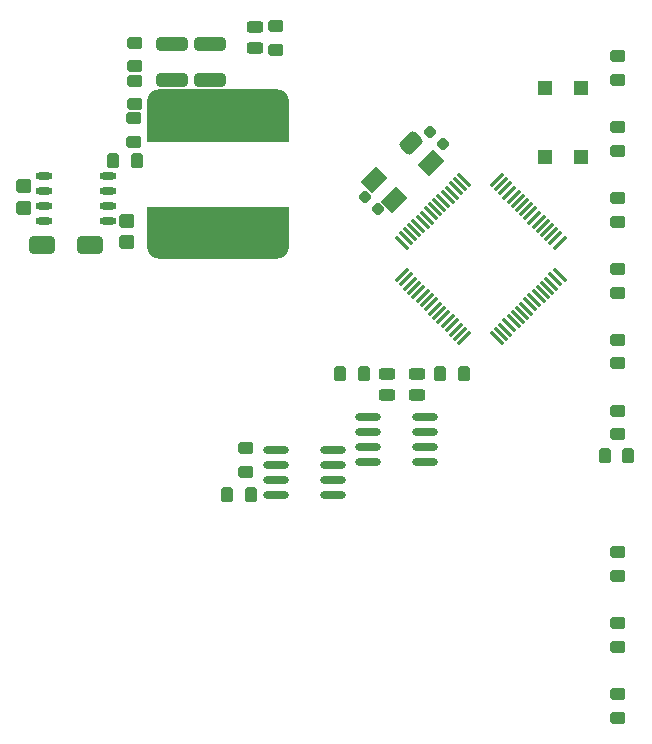
<source format=gtp>
G04*
G04 #@! TF.GenerationSoftware,Altium Limited,Altium Designer,21.8.1 (53)*
G04*
G04 Layer_Color=8421504*
%FSLAX25Y25*%
%MOIN*%
G70*
G04*
G04 #@! TF.SameCoordinates,15BDF6F2-E804-41EB-80EB-1D885EA959A2*
G04*
G04*
G04 #@! TF.FilePolarity,Positive*
G04*
G01*
G75*
%ADD18R,0.05000X0.05000*%
G04:AMPARAMS|DCode=19|XSize=50mil|YSize=37.4mil|CornerRadius=5.61mil|HoleSize=0mil|Usage=FLASHONLY|Rotation=180.000|XOffset=0mil|YOffset=0mil|HoleType=Round|Shape=RoundedRectangle|*
%AMROUNDEDRECTD19*
21,1,0.05000,0.02618,0,0,180.0*
21,1,0.03878,0.03740,0,0,180.0*
1,1,0.01122,-0.01939,0.01309*
1,1,0.01122,0.01939,0.01309*
1,1,0.01122,0.01939,-0.01309*
1,1,0.01122,-0.01939,-0.01309*
%
%ADD19ROUNDEDRECTD19*%
G04:AMPARAMS|DCode=20|XSize=106.3mil|YSize=45.28mil|CornerRadius=11.32mil|HoleSize=0mil|Usage=FLASHONLY|Rotation=0.000|XOffset=0mil|YOffset=0mil|HoleType=Round|Shape=RoundedRectangle|*
%AMROUNDEDRECTD20*
21,1,0.10630,0.02264,0,0,0.0*
21,1,0.08366,0.04528,0,0,0.0*
1,1,0.02264,0.04183,-0.01132*
1,1,0.02264,-0.04183,-0.01132*
1,1,0.02264,-0.04183,0.01132*
1,1,0.02264,0.04183,0.01132*
%
%ADD20ROUNDEDRECTD20*%
G04:AMPARAMS|DCode=21|XSize=50mil|YSize=37.4mil|CornerRadius=5.61mil|HoleSize=0mil|Usage=FLASHONLY|Rotation=270.000|XOffset=0mil|YOffset=0mil|HoleType=Round|Shape=RoundedRectangle|*
%AMROUNDEDRECTD21*
21,1,0.05000,0.02618,0,0,270.0*
21,1,0.03878,0.03740,0,0,270.0*
1,1,0.01122,-0.01309,-0.01939*
1,1,0.01122,-0.01309,0.01939*
1,1,0.01122,0.01309,0.01939*
1,1,0.01122,0.01309,-0.01939*
%
%ADD21ROUNDEDRECTD21*%
G04:AMPARAMS|DCode=22|XSize=35.43mil|YSize=35.43mil|CornerRadius=5.32mil|HoleSize=0mil|Usage=FLASHONLY|Rotation=225.000|XOffset=0mil|YOffset=0mil|HoleType=Round|Shape=RoundedRectangle|*
%AMROUNDEDRECTD22*
21,1,0.03543,0.02480,0,0,225.0*
21,1,0.02480,0.03543,0,0,225.0*
1,1,0.01063,-0.01754,0.00000*
1,1,0.01063,0.00000,0.01754*
1,1,0.01063,0.01754,0.00000*
1,1,0.01063,0.00000,-0.01754*
%
%ADD22ROUNDEDRECTD22*%
G04:AMPARAMS|DCode=23|XSize=70.87mil|YSize=55.12mil|CornerRadius=0mil|HoleSize=0mil|Usage=FLASHONLY|Rotation=225.000|XOffset=0mil|YOffset=0mil|HoleType=Round|Shape=Rectangle|*
%AMROTATEDRECTD23*
4,1,4,0.00557,0.04454,0.04454,0.00557,-0.00557,-0.04454,-0.04454,-0.00557,0.00557,0.04454,0.0*
%
%ADD23ROTATEDRECTD23*%

G04:AMPARAMS|DCode=24|XSize=55.12mil|YSize=39.37mil|CornerRadius=9.84mil|HoleSize=0mil|Usage=FLASHONLY|Rotation=0.000|XOffset=0mil|YOffset=0mil|HoleType=Round|Shape=RoundedRectangle|*
%AMROUNDEDRECTD24*
21,1,0.05512,0.01968,0,0,0.0*
21,1,0.03543,0.03937,0,0,0.0*
1,1,0.01968,0.01772,-0.00984*
1,1,0.01968,-0.01772,-0.00984*
1,1,0.01968,-0.01772,0.00984*
1,1,0.01968,0.01772,0.00984*
%
%ADD24ROUNDEDRECTD24*%
G04:AMPARAMS|DCode=25|XSize=59.06mil|YSize=11.81mil|CornerRadius=0mil|HoleSize=0mil|Usage=FLASHONLY|Rotation=225.000|XOffset=0mil|YOffset=0mil|HoleType=Round|Shape=Rectangle|*
%AMROTATEDRECTD25*
4,1,4,0.01670,0.02506,0.02506,0.01670,-0.01670,-0.02506,-0.02506,-0.01670,0.01670,0.02506,0.0*
%
%ADD25ROTATEDRECTD25*%

G04:AMPARAMS|DCode=26|XSize=50mil|YSize=45.28mil|CornerRadius=6.79mil|HoleSize=0mil|Usage=FLASHONLY|Rotation=0.000|XOffset=0mil|YOffset=0mil|HoleType=Round|Shape=RoundedRectangle|*
%AMROUNDEDRECTD26*
21,1,0.05000,0.03169,0,0,0.0*
21,1,0.03642,0.04528,0,0,0.0*
1,1,0.01358,0.01821,-0.01585*
1,1,0.01358,-0.01821,-0.01585*
1,1,0.01358,-0.01821,0.01585*
1,1,0.01358,0.01821,0.01585*
%
%ADD26ROUNDEDRECTD26*%
%ADD27O,0.05709X0.02362*%
G04:AMPARAMS|DCode=28|XSize=59.06mil|YSize=11.81mil|CornerRadius=0mil|HoleSize=0mil|Usage=FLASHONLY|Rotation=135.000|XOffset=0mil|YOffset=0mil|HoleType=Round|Shape=Rectangle|*
%AMROTATEDRECTD28*
4,1,4,0.02506,-0.01670,0.01670,-0.02506,-0.02506,0.01670,-0.01670,0.02506,0.02506,-0.01670,0.0*
%
%ADD28ROTATEDRECTD28*%

%ADD29O,0.08661X0.02362*%
G04:AMPARAMS|DCode=30|XSize=86.61mil|YSize=61.02mil|CornerRadius=15.26mil|HoleSize=0mil|Usage=FLASHONLY|Rotation=0.000|XOffset=0mil|YOffset=0mil|HoleType=Round|Shape=RoundedRectangle|*
%AMROUNDEDRECTD30*
21,1,0.08661,0.03051,0,0,0.0*
21,1,0.05610,0.06102,0,0,0.0*
1,1,0.03051,0.02805,-0.01526*
1,1,0.03051,-0.02805,-0.01526*
1,1,0.03051,-0.02805,0.01526*
1,1,0.03051,0.02805,0.01526*
%
%ADD30ROUNDEDRECTD30*%
%ADD31R,0.47244X0.07500*%
G04:AMPARAMS|DCode=32|XSize=472.44mil|YSize=157.48mil|CornerRadius=39.37mil|HoleSize=0mil|Usage=FLASHONLY|Rotation=180.000|XOffset=0mil|YOffset=0mil|HoleType=Round|Shape=RoundedRectangle|*
%AMROUNDEDRECTD32*
21,1,0.47244,0.07874,0,0,180.0*
21,1,0.39370,0.15748,0,0,180.0*
1,1,0.07874,-0.19685,0.03937*
1,1,0.07874,0.19685,0.03937*
1,1,0.07874,0.19685,-0.03937*
1,1,0.07874,-0.19685,-0.03937*
%
%ADD32ROUNDEDRECTD32*%
G04:AMPARAMS|DCode=33|XSize=70.87mil|YSize=55.12mil|CornerRadius=13.78mil|HoleSize=0mil|Usage=FLASHONLY|Rotation=225.000|XOffset=0mil|YOffset=0mil|HoleType=Round|Shape=RoundedRectangle|*
%AMROUNDEDRECTD33*
21,1,0.07087,0.02756,0,0,225.0*
21,1,0.04331,0.05512,0,0,225.0*
1,1,0.02756,-0.02506,-0.00557*
1,1,0.02756,0.00557,0.02506*
1,1,0.02756,0.02506,0.00557*
1,1,0.02756,-0.00557,-0.02506*
%
%ADD33ROUNDEDRECTD33*%
D18*
X450295Y321047D02*
D03*
X438484D02*
D03*
X450295Y298047D02*
D03*
X438484D02*
D03*
D19*
X338583Y201181D02*
D03*
Y193307D02*
D03*
X462598Y300197D02*
D03*
Y323819D02*
D03*
Y252953D02*
D03*
Y276575D02*
D03*
Y111221D02*
D03*
Y158465D02*
D03*
Y134843D02*
D03*
Y205709D02*
D03*
Y229331D02*
D03*
X301575Y336221D02*
D03*
X348819Y341732D02*
D03*
X301575Y328346D02*
D03*
Y323622D02*
D03*
Y315748D02*
D03*
X301378Y311024D02*
D03*
Y303150D02*
D03*
X348819Y333858D02*
D03*
X462598Y119095D02*
D03*
Y142717D02*
D03*
Y166339D02*
D03*
Y213583D02*
D03*
Y237205D02*
D03*
Y260827D02*
D03*
Y284449D02*
D03*
Y308071D02*
D03*
Y331693D02*
D03*
D20*
X326783Y323915D02*
D03*
Y335726D02*
D03*
X314185D02*
D03*
Y323915D02*
D03*
D21*
X466142Y198425D02*
D03*
X332480Y185433D02*
D03*
X411417Y225984D02*
D03*
X370079D02*
D03*
X458268Y198425D02*
D03*
X403543Y225984D02*
D03*
X377953D02*
D03*
X340354Y185433D02*
D03*
X302362Y296850D02*
D03*
X294488D02*
D03*
D22*
X404253Y302440D02*
D03*
X378424Y284962D02*
D03*
X400077Y306615D02*
D03*
X382600Y280786D02*
D03*
D23*
X400410Y296091D02*
D03*
X381480Y290523D02*
D03*
X388161Y283842D02*
D03*
D24*
X341634Y341437D02*
D03*
Y334350D02*
D03*
X395669Y225984D02*
D03*
Y218898D02*
D03*
X385827Y225984D02*
D03*
Y218898D02*
D03*
D25*
X432101Y280737D02*
D03*
X439061Y273778D02*
D03*
X400365Y249001D02*
D03*
X430709Y282130D02*
D03*
X440453Y272386D02*
D03*
X401757Y247609D02*
D03*
X411501Y237865D02*
D03*
X410108Y239258D02*
D03*
X408717Y240649D02*
D03*
X407325Y242041D02*
D03*
X405933Y243433D02*
D03*
X404541Y244825D02*
D03*
X403149Y246217D02*
D03*
X398973Y250393D02*
D03*
X397581Y251785D02*
D03*
X396189Y253177D02*
D03*
X394797Y254569D02*
D03*
X393405Y255961D02*
D03*
X392014Y257352D02*
D03*
X390621Y258745D02*
D03*
X422358Y290481D02*
D03*
X423750Y289089D02*
D03*
X425141Y287697D02*
D03*
X426534Y286305D02*
D03*
X427925Y284913D02*
D03*
X429318Y283521D02*
D03*
X433493Y279346D02*
D03*
X434885Y277953D02*
D03*
X436277Y276562D02*
D03*
X437669Y275169D02*
D03*
X441845Y270994D02*
D03*
X443237Y269602D02*
D03*
D26*
X264862Y288386D02*
D03*
X299213Y269685D02*
D03*
Y276772D02*
D03*
X264862Y281299D02*
D03*
D27*
X271260Y286929D02*
D03*
X292717Y276929D02*
D03*
Y281929D02*
D03*
Y286929D02*
D03*
Y291929D02*
D03*
X271260Y276929D02*
D03*
Y281929D02*
D03*
Y291929D02*
D03*
D28*
X433493Y249001D02*
D03*
X400365Y279346D02*
D03*
X408717Y287697D02*
D03*
X404541Y283521D02*
D03*
X434885Y250393D02*
D03*
X422358Y237865D02*
D03*
X390621Y269602D02*
D03*
X392014Y270994D02*
D03*
X393405Y272386D02*
D03*
X394797Y273778D02*
D03*
X396189Y275169D02*
D03*
X397581Y276562D02*
D03*
X398973Y277953D02*
D03*
X401757Y280737D02*
D03*
X403149Y282130D02*
D03*
X405933Y284913D02*
D03*
X407325Y286305D02*
D03*
X410108Y289089D02*
D03*
X411501Y290481D02*
D03*
X443237Y258745D02*
D03*
X441845Y257352D02*
D03*
X440453Y255961D02*
D03*
X439061Y254569D02*
D03*
X437669Y253177D02*
D03*
X436277Y251785D02*
D03*
X432101Y247609D02*
D03*
X430709Y246217D02*
D03*
X429318Y244825D02*
D03*
X427925Y243433D02*
D03*
X426534Y242041D02*
D03*
X425141Y240649D02*
D03*
X423750Y239258D02*
D03*
D29*
X379464Y211597D02*
D03*
X398361D02*
D03*
X367751Y190376D02*
D03*
X379464Y196597D02*
D03*
X367751Y195376D02*
D03*
X379464Y206597D02*
D03*
Y201597D02*
D03*
X398361Y206597D02*
D03*
Y201597D02*
D03*
Y196597D02*
D03*
X348853Y200376D02*
D03*
Y195376D02*
D03*
Y190376D02*
D03*
Y185376D02*
D03*
X367751Y200376D02*
D03*
Y185376D02*
D03*
D30*
X286811Y268898D02*
D03*
X270669D02*
D03*
D31*
X329453Y277923D02*
D03*
Y306723D02*
D03*
D32*
Y312823D02*
D03*
Y272123D02*
D03*
D33*
X393729Y302772D02*
D03*
M02*

</source>
